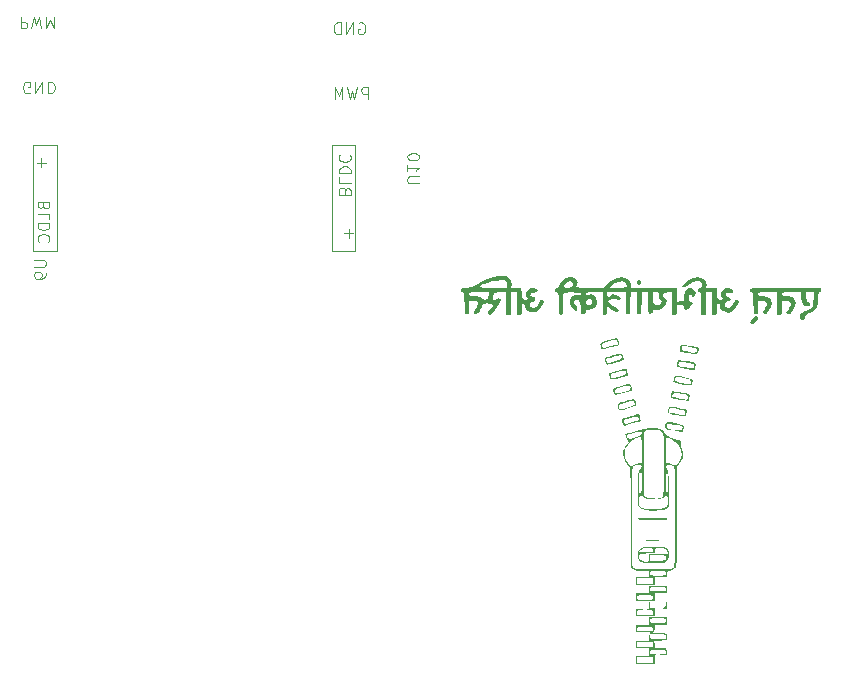
<source format=gbr>
%TF.GenerationSoftware,KiCad,Pcbnew,8.0.0*%
%TF.CreationDate,2025-03-20T21:29:14+05:30*%
%TF.ProjectId,Final_PCB_Schematic,46696e61-6c5f-4504-9342-5f536368656d,rev?*%
%TF.SameCoordinates,Original*%
%TF.FileFunction,Legend,Bot*%
%TF.FilePolarity,Positive*%
%FSLAX46Y46*%
G04 Gerber Fmt 4.6, Leading zero omitted, Abs format (unit mm)*
G04 Created by KiCad (PCBNEW 8.0.0) date 2025-03-20 21:29:14*
%MOMM*%
%LPD*%
G01*
G04 APERTURE LIST*
%ADD10C,0.100000*%
%ADD11C,0.000000*%
G04 APERTURE END LIST*
D10*
X119327693Y-73579961D02*
X119232455Y-73627580D01*
X119232455Y-73627580D02*
X119089598Y-73627580D01*
X119089598Y-73627580D02*
X118946741Y-73579961D01*
X118946741Y-73579961D02*
X118851503Y-73484723D01*
X118851503Y-73484723D02*
X118803884Y-73389485D01*
X118803884Y-73389485D02*
X118756265Y-73199009D01*
X118756265Y-73199009D02*
X118756265Y-73056152D01*
X118756265Y-73056152D02*
X118803884Y-72865676D01*
X118803884Y-72865676D02*
X118851503Y-72770438D01*
X118851503Y-72770438D02*
X118946741Y-72675200D01*
X118946741Y-72675200D02*
X119089598Y-72627580D01*
X119089598Y-72627580D02*
X119184836Y-72627580D01*
X119184836Y-72627580D02*
X119327693Y-72675200D01*
X119327693Y-72675200D02*
X119375312Y-72722819D01*
X119375312Y-72722819D02*
X119375312Y-73056152D01*
X119375312Y-73056152D02*
X119184836Y-73056152D01*
X119803884Y-72627580D02*
X119803884Y-73627580D01*
X119803884Y-73627580D02*
X120375312Y-72627580D01*
X120375312Y-72627580D02*
X120375312Y-73627580D01*
X120851503Y-72627580D02*
X120851503Y-73627580D01*
X120851503Y-73627580D02*
X121089598Y-73627580D01*
X121089598Y-73627580D02*
X121232455Y-73579961D01*
X121232455Y-73579961D02*
X121327693Y-73484723D01*
X121327693Y-73484723D02*
X121375312Y-73389485D01*
X121375312Y-73389485D02*
X121422931Y-73199009D01*
X121422931Y-73199009D02*
X121422931Y-73056152D01*
X121422931Y-73056152D02*
X121375312Y-72865676D01*
X121375312Y-72865676D02*
X121327693Y-72770438D01*
X121327693Y-72770438D02*
X121232455Y-72675200D01*
X121232455Y-72675200D02*
X121089598Y-72627580D01*
X121089598Y-72627580D02*
X120851503Y-72627580D01*
X118553884Y-67127580D02*
X118553884Y-68127580D01*
X118553884Y-68127580D02*
X118934836Y-68127580D01*
X118934836Y-68127580D02*
X119030074Y-68079961D01*
X119030074Y-68079961D02*
X119077693Y-68032342D01*
X119077693Y-68032342D02*
X119125312Y-67937104D01*
X119125312Y-67937104D02*
X119125312Y-67794247D01*
X119125312Y-67794247D02*
X119077693Y-67699009D01*
X119077693Y-67699009D02*
X119030074Y-67651390D01*
X119030074Y-67651390D02*
X118934836Y-67603771D01*
X118934836Y-67603771D02*
X118553884Y-67603771D01*
X119458646Y-68127580D02*
X119696741Y-67127580D01*
X119696741Y-67127580D02*
X119887217Y-67841866D01*
X119887217Y-67841866D02*
X120077693Y-67127580D01*
X120077693Y-67127580D02*
X120315789Y-68127580D01*
X120696741Y-67127580D02*
X120696741Y-68127580D01*
X120696741Y-68127580D02*
X121030074Y-67413295D01*
X121030074Y-67413295D02*
X121363407Y-68127580D01*
X121363407Y-68127580D02*
X121363407Y-67127580D01*
X146696115Y-85491466D02*
X145934211Y-85491466D01*
X146315163Y-85872419D02*
X146315163Y-85110514D01*
X147172306Y-67670038D02*
X147267544Y-67622419D01*
X147267544Y-67622419D02*
X147410401Y-67622419D01*
X147410401Y-67622419D02*
X147553258Y-67670038D01*
X147553258Y-67670038D02*
X147648496Y-67765276D01*
X147648496Y-67765276D02*
X147696115Y-67860514D01*
X147696115Y-67860514D02*
X147743734Y-68050990D01*
X147743734Y-68050990D02*
X147743734Y-68193847D01*
X147743734Y-68193847D02*
X147696115Y-68384323D01*
X147696115Y-68384323D02*
X147648496Y-68479561D01*
X147648496Y-68479561D02*
X147553258Y-68574800D01*
X147553258Y-68574800D02*
X147410401Y-68622419D01*
X147410401Y-68622419D02*
X147315163Y-68622419D01*
X147315163Y-68622419D02*
X147172306Y-68574800D01*
X147172306Y-68574800D02*
X147124687Y-68527180D01*
X147124687Y-68527180D02*
X147124687Y-68193847D01*
X147124687Y-68193847D02*
X147315163Y-68193847D01*
X146696115Y-68622419D02*
X146696115Y-67622419D01*
X146696115Y-67622419D02*
X146124687Y-68622419D01*
X146124687Y-68622419D02*
X146124687Y-67622419D01*
X145648496Y-68622419D02*
X145648496Y-67622419D01*
X145648496Y-67622419D02*
X145410401Y-67622419D01*
X145410401Y-67622419D02*
X145267544Y-67670038D01*
X145267544Y-67670038D02*
X145172306Y-67765276D01*
X145172306Y-67765276D02*
X145124687Y-67860514D01*
X145124687Y-67860514D02*
X145077068Y-68050990D01*
X145077068Y-68050990D02*
X145077068Y-68193847D01*
X145077068Y-68193847D02*
X145124687Y-68384323D01*
X145124687Y-68384323D02*
X145172306Y-68479561D01*
X145172306Y-68479561D02*
X145267544Y-68574800D01*
X145267544Y-68574800D02*
X145410401Y-68622419D01*
X145410401Y-68622419D02*
X145648496Y-68622419D01*
X147946115Y-74122419D02*
X147946115Y-73122419D01*
X147946115Y-73122419D02*
X147565163Y-73122419D01*
X147565163Y-73122419D02*
X147469925Y-73170038D01*
X147469925Y-73170038D02*
X147422306Y-73217657D01*
X147422306Y-73217657D02*
X147374687Y-73312895D01*
X147374687Y-73312895D02*
X147374687Y-73455752D01*
X147374687Y-73455752D02*
X147422306Y-73550990D01*
X147422306Y-73550990D02*
X147469925Y-73598609D01*
X147469925Y-73598609D02*
X147565163Y-73646228D01*
X147565163Y-73646228D02*
X147946115Y-73646228D01*
X147041353Y-73122419D02*
X146803258Y-74122419D01*
X146803258Y-74122419D02*
X146612782Y-73408133D01*
X146612782Y-73408133D02*
X146422306Y-74122419D01*
X146422306Y-74122419D02*
X146184211Y-73122419D01*
X145803258Y-74122419D02*
X145803258Y-73122419D01*
X145803258Y-73122419D02*
X145469925Y-73836704D01*
X145469925Y-73836704D02*
X145136592Y-73122419D01*
X145136592Y-73122419D02*
X145136592Y-74122419D01*
X120696115Y-79491466D02*
X119934211Y-79491466D01*
X120315163Y-79872419D02*
X120315163Y-79110514D01*
X119707419Y-87738095D02*
X120516942Y-87738095D01*
X120516942Y-87738095D02*
X120612180Y-87785714D01*
X120612180Y-87785714D02*
X120659800Y-87833333D01*
X120659800Y-87833333D02*
X120707419Y-87928571D01*
X120707419Y-87928571D02*
X120707419Y-88119047D01*
X120707419Y-88119047D02*
X120659800Y-88214285D01*
X120659800Y-88214285D02*
X120612180Y-88261904D01*
X120612180Y-88261904D02*
X120516942Y-88309523D01*
X120516942Y-88309523D02*
X119707419Y-88309523D01*
X120707419Y-88833333D02*
X120707419Y-89023809D01*
X120707419Y-89023809D02*
X120659800Y-89119047D01*
X120659800Y-89119047D02*
X120612180Y-89166666D01*
X120612180Y-89166666D02*
X120469323Y-89261904D01*
X120469323Y-89261904D02*
X120278847Y-89309523D01*
X120278847Y-89309523D02*
X119897895Y-89309523D01*
X119897895Y-89309523D02*
X119802657Y-89261904D01*
X119802657Y-89261904D02*
X119755038Y-89214285D01*
X119755038Y-89214285D02*
X119707419Y-89119047D01*
X119707419Y-89119047D02*
X119707419Y-88928571D01*
X119707419Y-88928571D02*
X119755038Y-88833333D01*
X119755038Y-88833333D02*
X119802657Y-88785714D01*
X119802657Y-88785714D02*
X119897895Y-88738095D01*
X119897895Y-88738095D02*
X120135990Y-88738095D01*
X120135990Y-88738095D02*
X120231228Y-88785714D01*
X120231228Y-88785714D02*
X120278847Y-88833333D01*
X120278847Y-88833333D02*
X120326466Y-88928571D01*
X120326466Y-88928571D02*
X120326466Y-89119047D01*
X120326466Y-89119047D02*
X120278847Y-89214285D01*
X120278847Y-89214285D02*
X120231228Y-89261904D01*
X120231228Y-89261904D02*
X120135990Y-89309523D01*
X120473609Y-83137217D02*
X120521228Y-83280074D01*
X120521228Y-83280074D02*
X120568847Y-83327693D01*
X120568847Y-83327693D02*
X120664085Y-83375312D01*
X120664085Y-83375312D02*
X120806942Y-83375312D01*
X120806942Y-83375312D02*
X120902180Y-83327693D01*
X120902180Y-83327693D02*
X120949800Y-83280074D01*
X120949800Y-83280074D02*
X120997419Y-83184836D01*
X120997419Y-83184836D02*
X120997419Y-82803884D01*
X120997419Y-82803884D02*
X119997419Y-82803884D01*
X119997419Y-82803884D02*
X119997419Y-83137217D01*
X119997419Y-83137217D02*
X120045038Y-83232455D01*
X120045038Y-83232455D02*
X120092657Y-83280074D01*
X120092657Y-83280074D02*
X120187895Y-83327693D01*
X120187895Y-83327693D02*
X120283133Y-83327693D01*
X120283133Y-83327693D02*
X120378371Y-83280074D01*
X120378371Y-83280074D02*
X120425990Y-83232455D01*
X120425990Y-83232455D02*
X120473609Y-83137217D01*
X120473609Y-83137217D02*
X120473609Y-82803884D01*
X120997419Y-84280074D02*
X120997419Y-83803884D01*
X120997419Y-83803884D02*
X119997419Y-83803884D01*
X120997419Y-84613408D02*
X119997419Y-84613408D01*
X119997419Y-84613408D02*
X119997419Y-84851503D01*
X119997419Y-84851503D02*
X120045038Y-84994360D01*
X120045038Y-84994360D02*
X120140276Y-85089598D01*
X120140276Y-85089598D02*
X120235514Y-85137217D01*
X120235514Y-85137217D02*
X120425990Y-85184836D01*
X120425990Y-85184836D02*
X120568847Y-85184836D01*
X120568847Y-85184836D02*
X120759323Y-85137217D01*
X120759323Y-85137217D02*
X120854561Y-85089598D01*
X120854561Y-85089598D02*
X120949800Y-84994360D01*
X120949800Y-84994360D02*
X120997419Y-84851503D01*
X120997419Y-84851503D02*
X120997419Y-84613408D01*
X120902180Y-86184836D02*
X120949800Y-86137217D01*
X120949800Y-86137217D02*
X120997419Y-85994360D01*
X120997419Y-85994360D02*
X120997419Y-85899122D01*
X120997419Y-85899122D02*
X120949800Y-85756265D01*
X120949800Y-85756265D02*
X120854561Y-85661027D01*
X120854561Y-85661027D02*
X120759323Y-85613408D01*
X120759323Y-85613408D02*
X120568847Y-85565789D01*
X120568847Y-85565789D02*
X120425990Y-85565789D01*
X120425990Y-85565789D02*
X120235514Y-85613408D01*
X120235514Y-85613408D02*
X120140276Y-85661027D01*
X120140276Y-85661027D02*
X120045038Y-85756265D01*
X120045038Y-85756265D02*
X119997419Y-85899122D01*
X119997419Y-85899122D02*
X119997419Y-85994360D01*
X119997419Y-85994360D02*
X120045038Y-86137217D01*
X120045038Y-86137217D02*
X120092657Y-86184836D01*
X152292580Y-81238094D02*
X151483057Y-81238094D01*
X151483057Y-81238094D02*
X151387819Y-81190475D01*
X151387819Y-81190475D02*
X151340200Y-81142856D01*
X151340200Y-81142856D02*
X151292580Y-81047618D01*
X151292580Y-81047618D02*
X151292580Y-80857142D01*
X151292580Y-80857142D02*
X151340200Y-80761904D01*
X151340200Y-80761904D02*
X151387819Y-80714285D01*
X151387819Y-80714285D02*
X151483057Y-80666666D01*
X151483057Y-80666666D02*
X152292580Y-80666666D01*
X151292580Y-79666666D02*
X151292580Y-80238094D01*
X151292580Y-79952380D02*
X152292580Y-79952380D01*
X152292580Y-79952380D02*
X152149723Y-80047618D01*
X152149723Y-80047618D02*
X152054485Y-80142856D01*
X152054485Y-80142856D02*
X152006866Y-80238094D01*
X152292580Y-79047618D02*
X152292580Y-78952380D01*
X152292580Y-78952380D02*
X152244961Y-78857142D01*
X152244961Y-78857142D02*
X152197342Y-78809523D01*
X152197342Y-78809523D02*
X152102104Y-78761904D01*
X152102104Y-78761904D02*
X151911628Y-78714285D01*
X151911628Y-78714285D02*
X151673533Y-78714285D01*
X151673533Y-78714285D02*
X151483057Y-78761904D01*
X151483057Y-78761904D02*
X151387819Y-78809523D01*
X151387819Y-78809523D02*
X151340200Y-78857142D01*
X151340200Y-78857142D02*
X151292580Y-78952380D01*
X151292580Y-78952380D02*
X151292580Y-79047618D01*
X151292580Y-79047618D02*
X151340200Y-79142856D01*
X151340200Y-79142856D02*
X151387819Y-79190475D01*
X151387819Y-79190475D02*
X151483057Y-79238094D01*
X151483057Y-79238094D02*
X151673533Y-79285713D01*
X151673533Y-79285713D02*
X151911628Y-79285713D01*
X151911628Y-79285713D02*
X152102104Y-79238094D01*
X152102104Y-79238094D02*
X152197342Y-79190475D01*
X152197342Y-79190475D02*
X152244961Y-79142856D01*
X152244961Y-79142856D02*
X152292580Y-79047618D01*
X146026390Y-81862782D02*
X145978771Y-81719925D01*
X145978771Y-81719925D02*
X145931152Y-81672306D01*
X145931152Y-81672306D02*
X145835914Y-81624687D01*
X145835914Y-81624687D02*
X145693057Y-81624687D01*
X145693057Y-81624687D02*
X145597819Y-81672306D01*
X145597819Y-81672306D02*
X145550200Y-81719925D01*
X145550200Y-81719925D02*
X145502580Y-81815163D01*
X145502580Y-81815163D02*
X145502580Y-82196115D01*
X145502580Y-82196115D02*
X146502580Y-82196115D01*
X146502580Y-82196115D02*
X146502580Y-81862782D01*
X146502580Y-81862782D02*
X146454961Y-81767544D01*
X146454961Y-81767544D02*
X146407342Y-81719925D01*
X146407342Y-81719925D02*
X146312104Y-81672306D01*
X146312104Y-81672306D02*
X146216866Y-81672306D01*
X146216866Y-81672306D02*
X146121628Y-81719925D01*
X146121628Y-81719925D02*
X146074009Y-81767544D01*
X146074009Y-81767544D02*
X146026390Y-81862782D01*
X146026390Y-81862782D02*
X146026390Y-82196115D01*
X145502580Y-80719925D02*
X145502580Y-81196115D01*
X145502580Y-81196115D02*
X146502580Y-81196115D01*
X145502580Y-80386591D02*
X146502580Y-80386591D01*
X146502580Y-80386591D02*
X146502580Y-80148496D01*
X146502580Y-80148496D02*
X146454961Y-80005639D01*
X146454961Y-80005639D02*
X146359723Y-79910401D01*
X146359723Y-79910401D02*
X146264485Y-79862782D01*
X146264485Y-79862782D02*
X146074009Y-79815163D01*
X146074009Y-79815163D02*
X145931152Y-79815163D01*
X145931152Y-79815163D02*
X145740676Y-79862782D01*
X145740676Y-79862782D02*
X145645438Y-79910401D01*
X145645438Y-79910401D02*
X145550200Y-80005639D01*
X145550200Y-80005639D02*
X145502580Y-80148496D01*
X145502580Y-80148496D02*
X145502580Y-80386591D01*
X145597819Y-78815163D02*
X145550200Y-78862782D01*
X145550200Y-78862782D02*
X145502580Y-79005639D01*
X145502580Y-79005639D02*
X145502580Y-79100877D01*
X145502580Y-79100877D02*
X145550200Y-79243734D01*
X145550200Y-79243734D02*
X145645438Y-79338972D01*
X145645438Y-79338972D02*
X145740676Y-79386591D01*
X145740676Y-79386591D02*
X145931152Y-79434210D01*
X145931152Y-79434210D02*
X146074009Y-79434210D01*
X146074009Y-79434210D02*
X146264485Y-79386591D01*
X146264485Y-79386591D02*
X146359723Y-79338972D01*
X146359723Y-79338972D02*
X146454961Y-79243734D01*
X146454961Y-79243734D02*
X146502580Y-79100877D01*
X146502580Y-79100877D02*
X146502580Y-79005639D01*
X146502580Y-79005639D02*
X146454961Y-78862782D01*
X146454961Y-78862782D02*
X146407342Y-78815163D01*
D11*
%TO.C,G\u002A\u002A\u002A*%
G36*
X173265300Y-118309281D02*
G01*
X173265300Y-118623832D01*
X172754154Y-118623832D01*
X172243009Y-118623832D01*
X172243009Y-118883337D01*
X172242985Y-118889155D01*
X172230884Y-118977702D01*
X172214589Y-119096936D01*
X172148643Y-119237207D01*
X172127962Y-119272349D01*
X172179135Y-119307796D01*
X172346661Y-119326264D01*
X172650863Y-119331572D01*
X172893123Y-119332512D01*
X173099198Y-119342987D01*
X173209217Y-119375315D01*
X173257965Y-119441840D01*
X173280227Y-119554905D01*
X173285130Y-119593698D01*
X173293514Y-119660039D01*
X173286847Y-119822564D01*
X173208412Y-119913069D01*
X173029813Y-119952217D01*
X172722655Y-119960674D01*
X172193116Y-119960674D01*
X172203683Y-120039312D01*
X172237722Y-120292631D01*
X172282328Y-120624588D01*
X172754154Y-120626842D01*
X173225981Y-120629095D01*
X173250387Y-120923987D01*
X173252014Y-120943646D01*
X173274794Y-121218878D01*
X172758901Y-121218878D01*
X172243009Y-121218878D01*
X172243009Y-121376154D01*
X172243009Y-121572748D01*
X172243009Y-121926618D01*
X171456631Y-121926618D01*
X170670253Y-121926618D01*
X170670253Y-121847981D01*
X170748891Y-121847981D01*
X171417312Y-121847981D01*
X172085733Y-121847981D01*
X172085733Y-121612067D01*
X172085733Y-121376154D01*
X171417312Y-121376154D01*
X170748891Y-121376154D01*
X170748891Y-121612067D01*
X170748891Y-121847981D01*
X170670253Y-121847981D01*
X170670253Y-121612067D01*
X170670253Y-121297516D01*
X171225239Y-121297516D01*
X171780225Y-121297516D01*
X171756044Y-120963306D01*
X171754622Y-120943646D01*
X171849820Y-120943646D01*
X171855784Y-121038094D01*
X171894470Y-121096520D01*
X171997016Y-121126915D01*
X172194560Y-121138436D01*
X172518241Y-121140241D01*
X172839362Y-121138486D01*
X173038013Y-121127108D01*
X173141355Y-121096948D01*
X173180525Y-121038846D01*
X173186662Y-120943646D01*
X173180698Y-120849199D01*
X173142012Y-120790772D01*
X173039466Y-120760377D01*
X172841921Y-120748857D01*
X172518241Y-120747052D01*
X172197119Y-120748806D01*
X171998469Y-120760184D01*
X171895127Y-120790345D01*
X171855957Y-120848446D01*
X171849820Y-120943646D01*
X171754622Y-120943646D01*
X171731863Y-120629095D01*
X171201058Y-120605843D01*
X170670253Y-120582590D01*
X170670253Y-120511138D01*
X170748891Y-120511138D01*
X171417312Y-120511138D01*
X172085733Y-120511138D01*
X172085733Y-120275225D01*
X172085733Y-120039312D01*
X171417312Y-120039312D01*
X170748891Y-120039312D01*
X170748891Y-120275225D01*
X170748891Y-120511138D01*
X170670253Y-120511138D01*
X170670253Y-120271632D01*
X170670253Y-119960674D01*
X171212799Y-119960674D01*
X171755345Y-119960674D01*
X171783490Y-119606804D01*
X171799126Y-119410210D01*
X171839373Y-119410210D01*
X171864256Y-119626464D01*
X171875659Y-119705516D01*
X171912106Y-119784702D01*
X172002427Y-119828869D01*
X172181064Y-119851330D01*
X172482458Y-119865394D01*
X172532038Y-119867090D01*
X172816868Y-119868691D01*
X173030973Y-119856477D01*
X173131219Y-119832629D01*
X173165094Y-119760269D01*
X173186662Y-119593698D01*
X173180608Y-119511222D01*
X173141201Y-119454373D01*
X173037450Y-119424213D01*
X172838381Y-119412304D01*
X172513018Y-119410210D01*
X171839373Y-119410210D01*
X171799126Y-119410210D01*
X171811634Y-119252934D01*
X171240944Y-119252934D01*
X170670253Y-119252934D01*
X170670253Y-118977702D01*
X170748891Y-118977702D01*
X170754855Y-119072149D01*
X170793541Y-119130576D01*
X170896087Y-119160971D01*
X171093631Y-119172491D01*
X171417312Y-119174296D01*
X171738434Y-119172542D01*
X171937084Y-119161164D01*
X172040426Y-119131003D01*
X172079596Y-119072902D01*
X172085733Y-118977702D01*
X172079769Y-118883254D01*
X172041083Y-118824828D01*
X171938537Y-118794433D01*
X171740993Y-118782913D01*
X171417312Y-118781107D01*
X171096191Y-118782862D01*
X170897540Y-118794240D01*
X170794198Y-118824400D01*
X170755028Y-118882502D01*
X170748891Y-118977702D01*
X170670253Y-118977702D01*
X170670253Y-118938383D01*
X170670253Y-118623832D01*
X171220718Y-118623832D01*
X171771182Y-118623832D01*
X171771182Y-118309281D01*
X171771182Y-118269962D01*
X171849820Y-118269962D01*
X171855784Y-118364409D01*
X171894470Y-118422836D01*
X171997016Y-118453231D01*
X172194560Y-118464751D01*
X172518241Y-118466556D01*
X172839362Y-118464802D01*
X173038013Y-118453424D01*
X173141355Y-118423263D01*
X173180525Y-118365162D01*
X173186662Y-118269962D01*
X173180698Y-118175514D01*
X173142012Y-118117088D01*
X173039466Y-118086693D01*
X172841921Y-118075173D01*
X172518241Y-118073368D01*
X172197119Y-118075122D01*
X171998469Y-118086500D01*
X171895127Y-118116661D01*
X171855957Y-118174762D01*
X171849820Y-118269962D01*
X171771182Y-118269962D01*
X171771182Y-117994730D01*
X172518241Y-117994730D01*
X173265300Y-117994730D01*
X173265300Y-118269962D01*
X173265300Y-118309281D01*
G37*
G36*
X173265300Y-116972439D02*
G01*
X173264762Y-117058193D01*
X173246124Y-117214873D01*
X173173361Y-117273826D01*
X173009727Y-117279151D01*
X172851456Y-117271188D01*
X172832646Y-117254043D01*
X172950749Y-117217063D01*
X173094131Y-117139084D01*
X173172226Y-116949669D01*
X173197108Y-116736525D01*
X172523464Y-116736525D01*
X171849820Y-116736525D01*
X171849820Y-116972439D01*
X171855881Y-117087778D01*
X171912549Y-117186414D01*
X172066640Y-117208352D01*
X172149084Y-117210422D01*
X172238448Y-117241858D01*
X172266331Y-117345005D01*
X172255316Y-117562222D01*
X172227172Y-117916092D01*
X171448713Y-117916092D01*
X170670253Y-117916092D01*
X170670253Y-117601541D01*
X170670253Y-117286990D01*
X171004464Y-117300209D01*
X171338674Y-117313428D01*
X171043783Y-117344275D01*
X171038774Y-117344801D01*
X170847071Y-117378710D01*
X170765772Y-117452253D01*
X170748891Y-117606288D01*
X170748891Y-117837454D01*
X171417312Y-117837454D01*
X172085733Y-117837454D01*
X172085733Y-117601541D01*
X172084683Y-117534324D01*
X172057863Y-117419104D01*
X171961417Y-117370081D01*
X171751523Y-117354919D01*
X171651097Y-117349459D01*
X171554206Y-117332030D01*
X171594247Y-117310130D01*
X171692951Y-117275433D01*
X171755751Y-117175008D01*
X171771182Y-116966969D01*
X171771182Y-116657888D01*
X172518241Y-116657888D01*
X173265300Y-116657888D01*
X173265300Y-116972439D01*
G37*
G36*
X173265300Y-115635597D02*
G01*
X173265300Y-115950148D01*
X172754154Y-115950148D01*
X172243009Y-115950148D01*
X172243009Y-116264699D01*
X172243009Y-116304018D01*
X172243009Y-116579250D01*
X171456631Y-116579250D01*
X170670253Y-116579250D01*
X170670253Y-116304018D01*
X170748891Y-116304018D01*
X170754855Y-116398465D01*
X170793541Y-116456892D01*
X170896087Y-116487286D01*
X171093631Y-116498807D01*
X171417312Y-116500612D01*
X171738434Y-116498858D01*
X171937084Y-116487480D01*
X172040426Y-116457319D01*
X172079596Y-116399218D01*
X172085733Y-116304018D01*
X172079769Y-116209570D01*
X172041083Y-116151143D01*
X171938537Y-116120749D01*
X171740993Y-116109228D01*
X171417312Y-116107423D01*
X171096191Y-116109177D01*
X170897540Y-116120556D01*
X170794198Y-116150716D01*
X170755028Y-116208818D01*
X170748891Y-116304018D01*
X170670253Y-116304018D01*
X170670253Y-116264699D01*
X170670253Y-115950148D01*
X171220718Y-115950148D01*
X171771182Y-115950148D01*
X171771182Y-115635597D01*
X171771182Y-115596278D01*
X171849820Y-115596278D01*
X171855784Y-115690725D01*
X171894470Y-115749152D01*
X171997016Y-115779546D01*
X172194560Y-115791067D01*
X172518241Y-115792872D01*
X172839362Y-115791118D01*
X173038013Y-115779740D01*
X173141355Y-115749579D01*
X173180525Y-115691478D01*
X173186662Y-115596278D01*
X173180698Y-115501830D01*
X173142012Y-115443404D01*
X173039466Y-115413009D01*
X172841921Y-115401488D01*
X172518241Y-115399683D01*
X172197119Y-115401438D01*
X171998469Y-115412816D01*
X171895127Y-115442976D01*
X171855957Y-115501078D01*
X171849820Y-115596278D01*
X171771182Y-115596278D01*
X171771182Y-115321046D01*
X172518241Y-115321046D01*
X173265300Y-115321046D01*
X173265300Y-115596278D01*
X173265300Y-115635597D01*
G37*
G36*
X174457319Y-103173406D02*
G01*
X174457469Y-103259262D01*
X174495942Y-103474908D01*
X174569861Y-103732347D01*
X174586430Y-103781789D01*
X174655960Y-104038171D01*
X174663718Y-104239032D01*
X174662246Y-104245597D01*
X174614292Y-104459489D01*
X174602051Y-104497535D01*
X174477957Y-104773322D01*
X174322149Y-105010814D01*
X174124984Y-105245131D01*
X174125926Y-109437732D01*
X174125941Y-109537163D01*
X174125879Y-109609941D01*
X174125117Y-110499691D01*
X174122352Y-111315748D01*
X174117427Y-111995192D01*
X174110124Y-112547884D01*
X174100224Y-112983681D01*
X174087510Y-113312443D01*
X174071763Y-113544029D01*
X174052763Y-113688296D01*
X174030294Y-113755105D01*
X173943263Y-113846001D01*
X173692307Y-114001122D01*
X173427745Y-114062841D01*
X173350385Y-114072584D01*
X173282367Y-114149120D01*
X173272403Y-114259436D01*
X173265300Y-114338073D01*
X173265300Y-114613306D01*
X172754154Y-114613306D01*
X172243009Y-114613306D01*
X172243009Y-114691943D01*
X172243009Y-114927857D01*
X172243009Y-115242408D01*
X171456631Y-115242408D01*
X170670253Y-115242408D01*
X170670253Y-115163770D01*
X170748891Y-115163770D01*
X171417312Y-115163770D01*
X172085733Y-115163770D01*
X172085733Y-114927857D01*
X172085733Y-114691943D01*
X171417312Y-114691943D01*
X170748891Y-114691943D01*
X170748891Y-114927857D01*
X170748891Y-115163770D01*
X170670253Y-115163770D01*
X170670253Y-114927857D01*
X170670253Y-114613306D01*
X171220718Y-114613306D01*
X171771182Y-114613306D01*
X171771182Y-114338073D01*
X171771182Y-114259436D01*
X171849820Y-114259436D01*
X171855784Y-114353883D01*
X171894470Y-114412310D01*
X171997016Y-114442704D01*
X172194560Y-114454225D01*
X172518241Y-114456030D01*
X172839362Y-114454276D01*
X173038013Y-114442898D01*
X173141355Y-114412737D01*
X173180525Y-114354636D01*
X173186662Y-114259436D01*
X173180698Y-114164988D01*
X173142012Y-114106561D01*
X173039466Y-114076167D01*
X172841921Y-114064646D01*
X172518241Y-114062841D01*
X172197119Y-114064595D01*
X171998469Y-114075974D01*
X171895127Y-114106134D01*
X171855957Y-114164235D01*
X171849820Y-114259436D01*
X171771182Y-114259436D01*
X171771182Y-114062841D01*
X171192004Y-114062841D01*
X171018248Y-114060919D01*
X170742679Y-114040607D01*
X170554190Y-113990178D01*
X170405626Y-113899858D01*
X170198427Y-113736875D01*
X170198427Y-109500602D01*
X170198403Y-108989682D01*
X170198225Y-108570169D01*
X170276870Y-108570169D01*
X170277064Y-109515514D01*
X170277221Y-110279256D01*
X170278074Y-111072516D01*
X170280062Y-111732019D01*
X170283622Y-112270655D01*
X170289187Y-112701316D01*
X170297194Y-113036892D01*
X170308078Y-113290272D01*
X170322273Y-113474349D01*
X170340214Y-113602011D01*
X170362338Y-113686150D01*
X170389079Y-113739657D01*
X170420872Y-113775421D01*
X170459086Y-113804174D01*
X170547409Y-113841752D01*
X170686318Y-113868947D01*
X170897147Y-113887343D01*
X171201230Y-113898522D01*
X171619901Y-113904069D01*
X172174495Y-113905566D01*
X172181733Y-113905565D01*
X172790319Y-113902150D01*
X173253095Y-113891627D01*
X173581271Y-113873374D01*
X173786060Y-113846773D01*
X173878674Y-113811200D01*
X173894171Y-113757633D01*
X173914117Y-113559491D01*
X173931456Y-113234290D01*
X173946188Y-112799799D01*
X173958312Y-112273789D01*
X173967830Y-111674028D01*
X173974740Y-111018287D01*
X173979043Y-110324335D01*
X173980738Y-109609941D01*
X173979827Y-108892875D01*
X173976308Y-108190907D01*
X173970182Y-107521805D01*
X173961449Y-106903341D01*
X173950108Y-106353282D01*
X173936161Y-105889399D01*
X173919606Y-105529462D01*
X173900444Y-105291239D01*
X173878674Y-105192501D01*
X173794305Y-105143605D01*
X173614536Y-105104988D01*
X173415294Y-105101139D01*
X173254272Y-105131731D01*
X173189163Y-105196433D01*
X173215377Y-105289610D01*
X173307119Y-105447376D01*
X173340558Y-105509387D01*
X173373890Y-105639133D01*
X173397331Y-105843753D01*
X173412307Y-106143833D01*
X173420200Y-106557575D01*
X173420246Y-106559960D01*
X173422575Y-107112721D01*
X173422575Y-108099838D01*
X173422575Y-108625420D01*
X173215376Y-108788403D01*
X173138507Y-108842335D01*
X173010541Y-108898647D01*
X172833736Y-108931770D01*
X172571985Y-108947438D01*
X172189180Y-108951386D01*
X171992623Y-108949417D01*
X171531300Y-108920930D01*
X171202256Y-108855129D01*
X170989334Y-108747617D01*
X170876377Y-108593993D01*
X170862793Y-108503240D01*
X170848714Y-108274379D01*
X170841845Y-108068873D01*
X170906167Y-108068873D01*
X170909050Y-108157180D01*
X170950851Y-108426389D01*
X171028582Y-108619338D01*
X171069247Y-108671969D01*
X171140532Y-108728511D01*
X171251616Y-108764282D01*
X171431865Y-108783996D01*
X171710645Y-108792368D01*
X172117323Y-108794111D01*
X172317453Y-108793478D01*
X172726047Y-108782001D01*
X173009254Y-108746069D01*
X173189859Y-108672784D01*
X173290649Y-108549249D01*
X173334413Y-108362567D01*
X173343937Y-108099838D01*
X173330152Y-107843906D01*
X173275203Y-107717455D01*
X173161682Y-107723526D01*
X172972207Y-107850457D01*
X172870423Y-107916990D01*
X172708563Y-107972665D01*
X172474779Y-108000281D01*
X172126635Y-108007733D01*
X172116685Y-108007730D01*
X171785265Y-108001612D01*
X171571036Y-107978533D01*
X171435129Y-107930734D01*
X171338674Y-107850457D01*
X171211403Y-107748405D01*
X171051254Y-107693182D01*
X171040476Y-107693363D01*
X170956117Y-107725065D01*
X170916219Y-107837621D01*
X170906167Y-108068873D01*
X170841845Y-108068873D01*
X170837544Y-107940204D01*
X170832964Y-107684264D01*
X171299355Y-107684264D01*
X171474128Y-107806679D01*
X171508624Y-107827765D01*
X171767552Y-107903470D01*
X172164371Y-107929095D01*
X172214051Y-107929269D01*
X172429397Y-107931503D01*
X172603206Y-107925115D01*
X172739909Y-107895241D01*
X172843937Y-107827019D01*
X172919721Y-107705585D01*
X172971690Y-107516077D01*
X173004275Y-107243632D01*
X173009730Y-107129089D01*
X173165966Y-107129089D01*
X173178062Y-107367786D01*
X173204165Y-107497155D01*
X173245640Y-107536044D01*
X173259899Y-107532530D01*
X173299342Y-107462222D01*
X173325307Y-107288135D01*
X173339577Y-106992507D01*
X173343937Y-106557575D01*
X173343617Y-106450530D01*
X173333314Y-106003013D01*
X173311483Y-105705795D01*
X173282180Y-105559951D01*
X173249463Y-105566557D01*
X173217389Y-105726688D01*
X173190016Y-106041421D01*
X173171400Y-106511830D01*
X173166511Y-106762217D01*
X173165966Y-107129089D01*
X173009730Y-107129089D01*
X173021907Y-106873388D01*
X173029016Y-106390480D01*
X173030032Y-105780048D01*
X173029386Y-105027226D01*
X173029522Y-104772502D01*
X173030411Y-104063670D01*
X173186662Y-104063670D01*
X173186662Y-104940860D01*
X173425342Y-104940860D01*
X173630035Y-104971823D01*
X173853072Y-105064730D01*
X173953402Y-105123754D01*
X174042395Y-105129822D01*
X174138324Y-105047412D01*
X174282813Y-104856337D01*
X174414111Y-104640351D01*
X174529508Y-104245597D01*
X174488454Y-103850884D01*
X174290906Y-103463799D01*
X174174136Y-103326041D01*
X173962976Y-103132191D01*
X174169634Y-103132191D01*
X174185704Y-103153443D01*
X174296873Y-103210829D01*
X174323315Y-103204770D01*
X174326910Y-103132191D01*
X174310839Y-103110939D01*
X174199671Y-103053553D01*
X174173229Y-103059612D01*
X174169634Y-103132191D01*
X173962976Y-103132191D01*
X173946438Y-103117009D01*
X173691506Y-102928248D01*
X173453867Y-102791624D01*
X173278050Y-102739002D01*
X173268026Y-102741697D01*
X173230943Y-102822495D01*
X173205682Y-103024509D01*
X173191252Y-103359675D01*
X173186662Y-103839931D01*
X173186662Y-104063670D01*
X173030411Y-104063670D01*
X173028414Y-103492605D01*
X173018891Y-103044503D01*
X172997201Y-102704559D01*
X172958705Y-102457971D01*
X172898762Y-102289934D01*
X172812731Y-102185645D01*
X172695972Y-102130301D01*
X172543846Y-102109098D01*
X172351711Y-102107232D01*
X172114928Y-102109900D01*
X171786244Y-102120424D01*
X171526251Y-102153126D01*
X171393721Y-102204265D01*
X171388915Y-102216510D01*
X171367855Y-102270163D01*
X171345396Y-102429967D01*
X171327842Y-102692814D01*
X171314829Y-103069545D01*
X171305988Y-103571001D01*
X171300952Y-104208021D01*
X171299458Y-104940860D01*
X171299355Y-104991447D01*
X171299355Y-106493956D01*
X171299355Y-107684264D01*
X170832964Y-107684264D01*
X170830182Y-107528800D01*
X170827529Y-107068253D01*
X170827955Y-106744812D01*
X170828795Y-106646602D01*
X170906167Y-106646602D01*
X170907824Y-106948881D01*
X170917070Y-107242682D01*
X170937355Y-107422019D01*
X170971950Y-107511543D01*
X171024123Y-107535906D01*
X171035063Y-107535154D01*
X171080486Y-107502690D01*
X171111089Y-107405445D01*
X171129432Y-107220312D01*
X171138075Y-106924185D01*
X171139579Y-106493956D01*
X171138248Y-106199627D01*
X171132949Y-105873649D01*
X171121316Y-105671352D01*
X171100669Y-105572548D01*
X171068330Y-105557044D01*
X171021622Y-105604651D01*
X170971949Y-105707457D01*
X170933596Y-105904462D01*
X170912572Y-106209354D01*
X170906167Y-106646602D01*
X170828795Y-106646602D01*
X170831579Y-106321206D01*
X170840957Y-106015096D01*
X170858530Y-105801694D01*
X170886736Y-105656213D01*
X170928015Y-105553866D01*
X170984804Y-105469866D01*
X171072936Y-105347929D01*
X171130421Y-105198068D01*
X171054845Y-105120347D01*
X170839717Y-105098135D01*
X170764148Y-105097278D01*
X170655175Y-105097356D01*
X170563761Y-105109782D01*
X170488365Y-105146634D01*
X170427451Y-105219989D01*
X170379480Y-105341923D01*
X170342914Y-105524514D01*
X170316214Y-105779840D01*
X170297842Y-106119976D01*
X170286260Y-106557000D01*
X170279930Y-107102988D01*
X170277312Y-107770019D01*
X170276870Y-108570169D01*
X170198225Y-108570169D01*
X170198045Y-108144848D01*
X170196882Y-107437815D01*
X170194445Y-106855879D01*
X170190264Y-106386338D01*
X170183869Y-106016487D01*
X170174791Y-105733622D01*
X170162561Y-105525040D01*
X170146708Y-105378037D01*
X170126763Y-105279909D01*
X170102258Y-105217953D01*
X170072721Y-105179465D01*
X170037684Y-105151741D01*
X169921048Y-105043325D01*
X169744527Y-104771558D01*
X169617932Y-104442311D01*
X169572969Y-104140673D01*
X169683229Y-104140673D01*
X169756522Y-104523051D01*
X169976486Y-104893629D01*
X170123231Y-105064582D01*
X170235759Y-105152683D01*
X170336071Y-105144988D01*
X170469029Y-105056315D01*
X170650690Y-104975500D01*
X170881878Y-104940860D01*
X171142080Y-104940860D01*
X171142080Y-103803080D01*
X171142077Y-103772132D01*
X171140524Y-103336753D01*
X171134200Y-103034773D01*
X171120267Y-102843677D01*
X171095891Y-102740954D01*
X171058235Y-102704089D01*
X171004464Y-102710571D01*
X170697526Y-102831346D01*
X170263756Y-103091832D01*
X169944809Y-103408155D01*
X169748646Y-103763405D01*
X169683229Y-104140673D01*
X169572969Y-104140673D01*
X169569618Y-104118195D01*
X169592750Y-103926886D01*
X169688412Y-103632255D01*
X169831312Y-103365524D01*
X169992069Y-103191169D01*
X170032774Y-103152074D01*
X169998679Y-103073213D01*
X169986529Y-103062302D01*
X169908415Y-102931963D01*
X169832535Y-102730518D01*
X169788357Y-102581929D01*
X169906283Y-102581929D01*
X169935485Y-102722777D01*
X169936098Y-102725092D01*
X170006923Y-102844856D01*
X170147709Y-102883060D01*
X170379812Y-102839462D01*
X170724590Y-102713819D01*
X170835026Y-102665083D01*
X171068321Y-102524469D01*
X171173638Y-102390904D01*
X171193985Y-102296562D01*
X171196264Y-102216510D01*
X171128406Y-102225788D01*
X170949144Y-102264686D01*
X170702141Y-102322991D01*
X170430894Y-102389950D01*
X170178900Y-102454814D01*
X169989654Y-102506832D01*
X169906654Y-102535252D01*
X169906283Y-102581929D01*
X169788357Y-102581929D01*
X169748181Y-102446802D01*
X170504109Y-102272904D01*
X170687918Y-102230127D01*
X171032202Y-102147489D01*
X171319483Y-102075402D01*
X171501533Y-102025815D01*
X171633112Y-101992540D01*
X171990951Y-101949405D01*
X172357084Y-101957821D01*
X172678159Y-102014363D01*
X172900825Y-102115608D01*
X172912009Y-102124566D01*
X173050822Y-102268189D01*
X173108024Y-102389515D01*
X173109983Y-102402657D01*
X173198644Y-102506512D01*
X173390519Y-102635317D01*
X173645964Y-102768088D01*
X173925330Y-102883844D01*
X174188973Y-102961601D01*
X174317044Y-102994377D01*
X174440038Y-103064911D01*
X174450754Y-103132191D01*
X174457319Y-103173406D01*
G37*
G36*
X173617030Y-101486706D02*
G01*
X173997196Y-101554897D01*
X174056433Y-101568158D01*
X174320875Y-101626394D01*
X174532485Y-101671672D01*
X174594752Y-101689704D01*
X174694355Y-101779761D01*
X174708051Y-101953669D01*
X174641021Y-102238473D01*
X174620347Y-102267449D01*
X174494216Y-102290776D01*
X174241013Y-102258042D01*
X174063586Y-102220892D01*
X173882209Y-102167709D01*
X173829969Y-102129629D01*
X173914274Y-102115862D01*
X174142530Y-102135616D01*
X174219551Y-102144415D01*
X174450078Y-102138355D01*
X174568620Y-102053772D01*
X174602142Y-101875399D01*
X174601292Y-101870547D01*
X174512413Y-101814988D01*
X174294517Y-101747332D01*
X173972110Y-101674075D01*
X173569699Y-101601714D01*
X173381790Y-101582810D01*
X173289153Y-101623730D01*
X173247350Y-101749244D01*
X173240102Y-101868176D01*
X173307701Y-101953179D01*
X173493415Y-102018128D01*
X173776445Y-102093645D01*
X173479085Y-102101773D01*
X173417576Y-102101970D01*
X173204694Y-102055703D01*
X173116572Y-101919486D01*
X173140360Y-101677216D01*
X173206611Y-101554684D01*
X173360228Y-101485675D01*
X173617030Y-101486706D01*
G37*
G36*
X171039059Y-101290345D02*
G01*
X171040424Y-101372753D01*
X171030993Y-101378671D01*
X170909606Y-101421327D01*
X170684418Y-101485399D01*
X170395021Y-101559436D01*
X170320711Y-101577809D01*
X170042122Y-101651454D01*
X169836650Y-101713252D01*
X169744349Y-101751387D01*
X169650653Y-101795349D01*
X169615261Y-101765932D01*
X169546445Y-101633745D01*
X169479710Y-101451810D01*
X169469362Y-101410960D01*
X169608643Y-101410960D01*
X169649362Y-101558583D01*
X169790940Y-101612800D01*
X170041151Y-101558368D01*
X170084252Y-101543787D01*
X170312346Y-101474419D01*
X170571956Y-101403365D01*
X170713376Y-101361162D01*
X170863333Y-101276495D01*
X170906167Y-101160748D01*
X170902268Y-101101293D01*
X170853410Y-101005179D01*
X170729349Y-100971276D01*
X170505958Y-100996964D01*
X170159108Y-101079623D01*
X170143365Y-101083798D01*
X169861275Y-101164927D01*
X169699524Y-101233616D01*
X169626014Y-101309186D01*
X169608643Y-101410960D01*
X169469362Y-101410960D01*
X169436972Y-101283096D01*
X169440149Y-101190572D01*
X169441420Y-101189566D01*
X169532432Y-101155490D01*
X169730820Y-101093009D01*
X169995069Y-101014119D01*
X170283666Y-100930817D01*
X170555097Y-100855097D01*
X170767849Y-100798957D01*
X170880409Y-100774391D01*
X170905676Y-100808870D01*
X170954760Y-100945113D01*
X171004863Y-101126702D01*
X171011977Y-101160748D01*
X171039059Y-101290345D01*
G37*
G36*
X174902136Y-100838723D02*
G01*
X174859251Y-100956844D01*
X174800477Y-100987196D01*
X174652245Y-100975851D01*
X174648470Y-100974816D01*
X174483543Y-100939115D01*
X174220348Y-100891323D01*
X173914061Y-100841484D01*
X173871992Y-100834863D01*
X173604367Y-100784361D01*
X173415480Y-100734323D01*
X173343937Y-100694691D01*
X173343980Y-100692048D01*
X173359494Y-100574267D01*
X173367743Y-100529115D01*
X173448394Y-100529115D01*
X173452724Y-100630074D01*
X173541595Y-100683390D01*
X173750991Y-100720643D01*
X173769964Y-100723322D01*
X174196740Y-100783946D01*
X174492285Y-100823667D01*
X174680498Y-100841346D01*
X174785280Y-100835846D01*
X174830534Y-100806028D01*
X174840158Y-100750756D01*
X174838055Y-100668892D01*
X174822820Y-100547550D01*
X174739440Y-100465934D01*
X174543163Y-100418714D01*
X174496781Y-100410996D01*
X174205246Y-100353966D01*
X173911806Y-100286343D01*
X173705967Y-100237379D01*
X173575629Y-100234149D01*
X173510027Y-100304569D01*
X173462492Y-100467447D01*
X173448394Y-100529115D01*
X173367743Y-100529115D01*
X173394534Y-100382461D01*
X173420682Y-100265796D01*
X173473199Y-100175461D01*
X173586245Y-100154449D01*
X173807382Y-100179360D01*
X173926313Y-100197006D01*
X174260815Y-100254196D01*
X174585818Y-100317815D01*
X174820653Y-100371996D01*
X174940607Y-100425661D01*
X174972619Y-100507781D01*
X174950100Y-100648702D01*
X174924340Y-100750756D01*
X174902136Y-100838723D01*
G37*
G36*
X170691567Y-100000076D02*
G01*
X170644482Y-100074685D01*
X170516503Y-100138750D01*
X170283963Y-100209380D01*
X169923194Y-100303683D01*
X169809117Y-100333114D01*
X169513799Y-100406042D01*
X169330730Y-100438229D01*
X169229114Y-100428798D01*
X169178157Y-100376872D01*
X169147062Y-100281572D01*
X169114053Y-100143281D01*
X169111581Y-100083607D01*
X169191234Y-100083607D01*
X169212942Y-100214678D01*
X169256283Y-100313960D01*
X169319051Y-100371624D01*
X169335247Y-100368934D01*
X169525618Y-100323209D01*
X169779169Y-100247214D01*
X170053070Y-100155818D01*
X170304490Y-100063887D01*
X170490596Y-99986289D01*
X170568559Y-99937893D01*
X170563280Y-99865260D01*
X170491181Y-99722113D01*
X170477253Y-99703795D01*
X170362398Y-99624245D01*
X170195230Y-99658125D01*
X170138890Y-99679213D01*
X169909622Y-99755939D01*
X169647962Y-99834889D01*
X169400734Y-99912135D01*
X169244715Y-99990719D01*
X169191234Y-100083607D01*
X169111581Y-100083607D01*
X169106035Y-99949757D01*
X169192628Y-99842327D01*
X169392389Y-99783298D01*
X169428661Y-99776477D01*
X169651683Y-99723807D01*
X169805238Y-99670911D01*
X169832055Y-99659257D01*
X170009822Y-99606733D01*
X170242845Y-99558852D01*
X170347260Y-99542415D01*
X170502934Y-99538736D01*
X170584132Y-99607904D01*
X170646798Y-99780634D01*
X170681427Y-99897817D01*
X170685401Y-99937893D01*
X170691567Y-100000076D01*
G37*
G36*
X175173554Y-99423444D02*
G01*
X175159882Y-99518969D01*
X175137998Y-99597642D01*
X175086123Y-99641268D01*
X174979240Y-99651607D01*
X174792336Y-99630419D01*
X174500392Y-99579465D01*
X174078394Y-99500505D01*
X173593966Y-99410168D01*
X173626802Y-99196871D01*
X173737126Y-99196871D01*
X173742706Y-99239085D01*
X173805688Y-99313283D01*
X173963655Y-99372316D01*
X174247479Y-99430307D01*
X174503262Y-99477481D01*
X174733654Y-99525416D01*
X174861029Y-99558782D01*
X174923736Y-99573621D01*
X175035298Y-99513934D01*
X175073968Y-99320803D01*
X175073829Y-99310068D01*
X175051197Y-99223594D01*
X174967753Y-99161188D01*
X174791778Y-99108076D01*
X174491555Y-99049482D01*
X174340474Y-99023870D01*
X174039128Y-98988204D01*
X173854736Y-99001904D01*
X173762375Y-99069836D01*
X173737126Y-99196871D01*
X173626802Y-99196871D01*
X173637358Y-99128300D01*
X173643871Y-99086465D01*
X173673025Y-98911475D01*
X173689278Y-98834113D01*
X173701232Y-98831071D01*
X173823890Y-98841126D01*
X174044641Y-98873624D01*
X174321859Y-98920915D01*
X174613917Y-98975346D01*
X174879188Y-99029265D01*
X175076045Y-99075023D01*
X175162862Y-99104968D01*
X175166535Y-99109787D01*
X175187475Y-99229485D01*
X175180921Y-99320803D01*
X175173554Y-99423444D01*
G37*
G36*
X170269726Y-98505314D02*
G01*
X170276548Y-98525423D01*
X170319291Y-98701381D01*
X170313014Y-98797377D01*
X170288792Y-98810170D01*
X170141009Y-98859728D01*
X169894085Y-98929550D01*
X169585260Y-99008817D01*
X168900903Y-99176859D01*
X168805393Y-99011646D01*
X168752158Y-98910041D01*
X168740053Y-98855604D01*
X168861584Y-98855604D01*
X168861642Y-98866400D01*
X168876413Y-98967799D01*
X168935697Y-99020200D01*
X169066166Y-99025032D01*
X169294494Y-98983725D01*
X169647352Y-98897707D01*
X169942512Y-98809861D01*
X170118572Y-98720838D01*
X170185532Y-98621826D01*
X170192146Y-98503167D01*
X170122132Y-98401527D01*
X169943549Y-98384453D01*
X169641573Y-98447184D01*
X169406314Y-98511862D01*
X169137496Y-98589628D01*
X168975882Y-98648608D01*
X168894205Y-98703078D01*
X168865195Y-98767317D01*
X168861584Y-98855604D01*
X168740053Y-98855604D01*
X168708878Y-98715406D01*
X168800766Y-98583549D01*
X169038519Y-98490560D01*
X169090788Y-98476980D01*
X169385441Y-98399951D01*
X169647962Y-98330692D01*
X169883632Y-98276380D01*
X170075128Y-98270570D01*
X170190878Y-98343245D01*
X170268681Y-98503167D01*
X170269726Y-98505314D01*
G37*
G36*
X175415277Y-98167210D02*
G01*
X175412284Y-98178260D01*
X175373772Y-98274519D01*
X175299963Y-98320239D01*
X175150630Y-98325549D01*
X174885545Y-98300575D01*
X174770683Y-98287149D01*
X174395051Y-98229856D01*
X174091957Y-98163059D01*
X173889495Y-98093880D01*
X173815764Y-98029440D01*
X173815781Y-98028090D01*
X173840714Y-97912330D01*
X173873879Y-97806724D01*
X173973040Y-97806724D01*
X173987990Y-97897906D01*
X174059709Y-97974610D01*
X174220834Y-98042857D01*
X174503845Y-98121936D01*
X174560320Y-98136348D01*
X174904335Y-98218236D01*
X175125406Y-98252119D01*
X175247982Y-98235483D01*
X175296513Y-98165817D01*
X175295446Y-98040609D01*
X175294209Y-98030209D01*
X175265947Y-97915288D01*
X175191766Y-97841036D01*
X175035109Y-97786251D01*
X174759417Y-97729729D01*
X174701564Y-97719032D01*
X174365804Y-97660889D01*
X174152631Y-97637889D01*
X174034485Y-97652729D01*
X173983808Y-97708108D01*
X173973040Y-97806724D01*
X173873879Y-97806724D01*
X173898791Y-97727395D01*
X173911314Y-97692036D01*
X173977853Y-97558397D01*
X174078581Y-97520966D01*
X174272321Y-97552143D01*
X174408484Y-97581128D01*
X174705413Y-97642755D01*
X175014990Y-97705583D01*
X175031135Y-97708828D01*
X175290178Y-97771804D01*
X175422157Y-97847983D01*
X175454660Y-97969179D01*
X175415554Y-98165817D01*
X175415277Y-98167210D01*
G37*
G36*
X169948938Y-97462892D02*
G01*
X169898859Y-97546219D01*
X169754349Y-97591969D01*
X169693485Y-97606191D01*
X169446438Y-97669565D01*
X169176136Y-97744586D01*
X169035058Y-97784162D01*
X168749490Y-97846989D01*
X168570450Y-97845035D01*
X168469365Y-97773964D01*
X168417659Y-97629437D01*
X168387239Y-97453832D01*
X168499539Y-97453832D01*
X168520679Y-97613900D01*
X168532540Y-97656380D01*
X168575146Y-97738323D01*
X168659284Y-97764983D01*
X168821290Y-97739606D01*
X169097498Y-97665438D01*
X169358588Y-97589254D01*
X169622139Y-97498998D01*
X169772539Y-97419744D01*
X169833605Y-97337600D01*
X169829152Y-97238674D01*
X169789581Y-97142719D01*
X169713292Y-97077083D01*
X169702663Y-97077342D01*
X169546686Y-97099580D01*
X169311595Y-97149262D01*
X169044004Y-97214471D01*
X168790528Y-97283290D01*
X168597780Y-97343803D01*
X168512375Y-97384093D01*
X168499539Y-97453832D01*
X168387239Y-97453832D01*
X168386496Y-97449541D01*
X168376169Y-97337756D01*
X168392606Y-97323848D01*
X168521243Y-97272621D01*
X168743903Y-97201731D01*
X169020052Y-97122189D01*
X169309158Y-97045004D01*
X169570687Y-96981187D01*
X169764107Y-96941749D01*
X169848884Y-96937701D01*
X169853227Y-96945554D01*
X169884054Y-97056880D01*
X169924271Y-97250489D01*
X169931238Y-97288435D01*
X169936226Y-97337600D01*
X169948938Y-97462892D01*
G37*
G36*
X175655120Y-96893977D02*
G01*
X175653435Y-96900187D01*
X175623644Y-96975258D01*
X175566980Y-97019615D01*
X175458005Y-97033078D01*
X175271280Y-97015469D01*
X174981366Y-96966611D01*
X174562823Y-96886326D01*
X174511138Y-96876179D01*
X174273941Y-96823594D01*
X174151945Y-96770230D01*
X174111115Y-96691309D01*
X174117419Y-96562052D01*
X174117752Y-96560461D01*
X174218893Y-96560461D01*
X174287136Y-96669929D01*
X174484959Y-96755969D01*
X174826187Y-96828430D01*
X174843372Y-96831262D01*
X175124983Y-96875979D01*
X175343711Y-96907731D01*
X175453474Y-96919807D01*
X175486397Y-96900939D01*
X175554478Y-96788829D01*
X175601876Y-96645253D01*
X175596919Y-96551530D01*
X175587793Y-96547495D01*
X175468867Y-96519358D01*
X175243929Y-96475344D01*
X174951277Y-96423075D01*
X174910295Y-96416078D01*
X174606677Y-96369122D01*
X174419703Y-96355033D01*
X174315789Y-96373956D01*
X174261351Y-96426033D01*
X174218893Y-96560461D01*
X174117752Y-96560461D01*
X174154840Y-96383048D01*
X174214632Y-96256403D01*
X174230437Y-96245485D01*
X174361653Y-96228870D01*
X174614749Y-96250735D01*
X174999613Y-96312272D01*
X175526136Y-96414675D01*
X175654038Y-96479750D01*
X175699443Y-96632282D01*
X175697246Y-96645253D01*
X175655120Y-96893977D01*
G37*
G36*
X169612519Y-96050307D02*
G01*
X169617596Y-96129813D01*
X169557781Y-96200499D01*
X169401764Y-96270841D01*
X169121033Y-96358735D01*
X168831864Y-96441625D01*
X168582209Y-96510895D01*
X168429077Y-96550691D01*
X168331840Y-96572488D01*
X168215590Y-96596134D01*
X168185485Y-96589576D01*
X168100330Y-96490550D01*
X168027459Y-96321955D01*
X168006108Y-96199622D01*
X168128567Y-96199622D01*
X168183007Y-96352150D01*
X168259854Y-96461626D01*
X168323590Y-96487936D01*
X168325463Y-96486312D01*
X168426794Y-96444478D01*
X168635479Y-96379645D01*
X168908864Y-96305133D01*
X169214315Y-96212460D01*
X169413202Y-96107745D01*
X169480674Y-95988797D01*
X169430171Y-95843720D01*
X169410254Y-95823385D01*
X169305530Y-95802039D01*
X169104540Y-95829323D01*
X168781508Y-95907782D01*
X168722828Y-95923654D01*
X168444823Y-96004476D01*
X168236631Y-96074075D01*
X168139602Y-96118854D01*
X168128567Y-96199622D01*
X168006108Y-96199622D01*
X167996569Y-96144968D01*
X168009962Y-96072962D01*
X168108385Y-95982086D01*
X168330780Y-95911142D01*
X168446466Y-95883458D01*
X168762830Y-95803572D01*
X169076320Y-95720092D01*
X169273174Y-95668220D01*
X169422077Y-95644583D01*
X169493508Y-95671591D01*
X169528487Y-95752154D01*
X169553625Y-95841510D01*
X169595169Y-95988797D01*
X169612519Y-96050307D01*
G37*
G36*
X175930596Y-95459044D02*
G01*
X175914757Y-95515279D01*
X175851904Y-95676698D01*
X175762726Y-95730417D01*
X175598516Y-95713801D01*
X175463556Y-95689747D01*
X175185122Y-95640854D01*
X174883173Y-95588438D01*
X174671981Y-95546689D01*
X174464521Y-95492202D01*
X174363295Y-95447216D01*
X174358715Y-95440643D01*
X174347537Y-95324999D01*
X174519615Y-95324999D01*
X174553658Y-95356142D01*
X174703344Y-95415823D01*
X174932464Y-95478943D01*
X175146463Y-95525899D01*
X175485762Y-95577416D01*
X175705853Y-95566560D01*
X175824720Y-95490784D01*
X175860346Y-95347541D01*
X175838415Y-95288022D01*
X175737134Y-95225457D01*
X175530094Y-95166044D01*
X175191925Y-95100404D01*
X174913593Y-95053120D01*
X174697586Y-95023860D01*
X174580721Y-95025499D01*
X174532770Y-95059201D01*
X174523504Y-95126128D01*
X174522982Y-95204743D01*
X174519615Y-95324999D01*
X174347537Y-95324999D01*
X174346836Y-95317745D01*
X174380815Y-95125353D01*
X174431541Y-94975697D01*
X174514431Y-94896683D01*
X174664779Y-94903813D01*
X174841242Y-94936061D01*
X175117602Y-94985942D01*
X175427838Y-95041520D01*
X175453198Y-95046052D01*
X175721372Y-95094911D01*
X175915770Y-95131973D01*
X175995831Y-95149525D01*
X175997662Y-95158515D01*
X175978823Y-95267879D01*
X175958726Y-95347541D01*
X175930596Y-95459044D01*
G37*
G36*
X169262017Y-94929947D02*
G01*
X168609634Y-95107556D01*
X168495280Y-95138658D01*
X168205370Y-95217220D01*
X167986340Y-95276158D01*
X167878612Y-95304577D01*
X167815782Y-95298676D01*
X167730521Y-95188718D01*
X167653155Y-94939552D01*
X167648746Y-94917803D01*
X167770975Y-94917803D01*
X167798094Y-95026574D01*
X167809874Y-95064829D01*
X167838740Y-95136977D01*
X167890630Y-95169403D01*
X167997872Y-95162257D01*
X168192791Y-95115685D01*
X168507715Y-95029838D01*
X168537257Y-95021778D01*
X168808221Y-94949403D01*
X169011933Y-94897661D01*
X169106252Y-94877294D01*
X169128646Y-94825857D01*
X169116744Y-94678631D01*
X169112665Y-94657653D01*
X169082901Y-94556180D01*
X169023870Y-94504817D01*
X168905044Y-94501696D01*
X168695891Y-94544949D01*
X168365883Y-94632711D01*
X168079330Y-94712919D01*
X167884720Y-94779617D01*
X167790893Y-94841698D01*
X167770975Y-94917803D01*
X167648746Y-94917803D01*
X167639356Y-94871488D01*
X167656032Y-94744299D01*
X167780159Y-94681226D01*
X168001211Y-94621876D01*
X168360350Y-94524254D01*
X168620448Y-94451340D01*
X168817302Y-94393192D01*
X168892245Y-94372362D01*
X169051544Y-94365220D01*
X169145568Y-94460819D01*
X169210792Y-94686332D01*
X169240130Y-94825857D01*
X169262017Y-94929947D01*
G37*
G36*
X181007164Y-92573458D02*
G01*
X181015427Y-92603719D01*
X180974258Y-92746330D01*
X180799324Y-92925213D01*
X180646934Y-93048715D01*
X180524413Y-93125344D01*
X180442884Y-93121842D01*
X180358334Y-93050736D01*
X180323183Y-92984969D01*
X180364188Y-92872266D01*
X180515308Y-92696866D01*
X180601883Y-92611313D01*
X180790957Y-92468647D01*
X180921219Y-92457241D01*
X181007164Y-92573458D01*
G37*
G36*
X186319170Y-90273981D02*
G01*
X186296052Y-90403100D01*
X186201213Y-90471510D01*
X186169476Y-90477109D01*
X186117117Y-90543834D01*
X186090165Y-90709213D01*
X186082097Y-91002315D01*
X186080974Y-91103696D01*
X186048995Y-91476818D01*
X185958344Y-91744755D01*
X185789305Y-91946964D01*
X185522162Y-92122903D01*
X185310716Y-92242576D01*
X185070731Y-92401847D01*
X184956755Y-92522437D01*
X184955888Y-92615570D01*
X184956020Y-92689192D01*
X184863177Y-92801921D01*
X184816237Y-92830828D01*
X184668576Y-92846611D01*
X184562028Y-92757692D01*
X184512499Y-92603999D01*
X184535894Y-92425463D01*
X184648117Y-92262012D01*
X184732261Y-92199760D01*
X184939464Y-92072825D01*
X185188768Y-91938921D01*
X185356909Y-91845699D01*
X185547064Y-91712871D01*
X185640935Y-91608974D01*
X185663508Y-91493364D01*
X185682692Y-91260580D01*
X185690067Y-90976224D01*
X185690067Y-90471510D01*
X185371407Y-90471510D01*
X185052746Y-90471510D01*
X185076515Y-90884358D01*
X185079696Y-90935724D01*
X185105791Y-91158747D01*
X185153980Y-91264280D01*
X185237900Y-91286285D01*
X185335883Y-91315160D01*
X185375516Y-91463220D01*
X185363764Y-91567925D01*
X185288472Y-91635552D01*
X185103051Y-91651077D01*
X185082846Y-91650887D01*
X184880347Y-91612885D01*
X184752961Y-91492438D01*
X184686750Y-91265790D01*
X184667776Y-90909187D01*
X184667776Y-90471510D01*
X183842080Y-90471510D01*
X183738641Y-90471588D01*
X183404478Y-90474897D01*
X183192978Y-90486975D01*
X183076332Y-90513118D01*
X183026736Y-90558623D01*
X183016383Y-90628785D01*
X183018280Y-90667095D01*
X183057222Y-90743367D01*
X183176004Y-90777932D01*
X183413147Y-90786061D01*
X183635919Y-90796701D01*
X183838670Y-90853636D01*
X184002930Y-90979081D01*
X184013040Y-90989414D01*
X184142561Y-91169575D01*
X184195950Y-91335477D01*
X184195854Y-91345301D01*
X184134289Y-91632069D01*
X183982671Y-91938525D01*
X183775882Y-92193423D01*
X183679615Y-92275635D01*
X183558217Y-92331220D01*
X183455244Y-92285451D01*
X183428487Y-92260785D01*
X183395152Y-92181881D01*
X183439923Y-92063204D01*
X183574218Y-91864336D01*
X183635143Y-91777067D01*
X183771397Y-91521814D01*
X183777943Y-91346914D01*
X183651780Y-91241474D01*
X183389913Y-91194601D01*
X183016383Y-91170633D01*
X183016383Y-91764725D01*
X183015614Y-91978338D01*
X183006491Y-92194312D01*
X182978094Y-92307710D01*
X182919502Y-92351541D01*
X182819789Y-92358816D01*
X182623194Y-92358816D01*
X182623194Y-91415163D01*
X182623194Y-90471510D01*
X181797498Y-90471510D01*
X181747624Y-90471530D01*
X181394717Y-90474438D01*
X181168286Y-90485730D01*
X181040725Y-90510349D01*
X180984431Y-90553236D01*
X180971801Y-90619334D01*
X180978379Y-90671470D01*
X181036698Y-90736098D01*
X181183906Y-90775308D01*
X181454195Y-90802051D01*
X181761901Y-90843601D01*
X181993784Y-90940517D01*
X182115850Y-91107830D01*
X182151368Y-91364306D01*
X182133745Y-91491011D01*
X182049511Y-91734239D01*
X181921366Y-91986837D01*
X181777989Y-92195172D01*
X181648056Y-92305610D01*
X181575077Y-92312279D01*
X181442681Y-92239718D01*
X181407336Y-92170739D01*
X181433573Y-92046867D01*
X181560924Y-91855527D01*
X181586493Y-91820677D01*
X181711254Y-91590050D01*
X181744555Y-91399827D01*
X181740270Y-91373653D01*
X181693925Y-91272345D01*
X181576660Y-91220053D01*
X181345331Y-91194601D01*
X180971801Y-91170633D01*
X180971801Y-91770194D01*
X180971107Y-91969061D01*
X180962750Y-92192208D01*
X180937028Y-92308289D01*
X180884285Y-92348646D01*
X180794866Y-92344626D01*
X180740026Y-92333952D01*
X180681686Y-92298560D01*
X180643879Y-92215192D01*
X180620825Y-92056530D01*
X180606742Y-91795253D01*
X180595850Y-91404042D01*
X180590873Y-91210481D01*
X180578330Y-90878738D01*
X180559496Y-90664161D01*
X180529054Y-90539038D01*
X180481686Y-90475656D01*
X180412076Y-90446303D01*
X180316407Y-90397421D01*
X180277941Y-90260830D01*
X180278613Y-90257523D01*
X180294482Y-90221491D01*
X180334921Y-90192022D01*
X180414674Y-90168320D01*
X180548487Y-90149590D01*
X180751104Y-90135036D01*
X181037271Y-90123862D01*
X181421733Y-90115272D01*
X181919234Y-90108469D01*
X182544519Y-90102660D01*
X183312334Y-90097046D01*
X186319170Y-90076452D01*
X186319170Y-90273981D01*
G37*
G36*
X160522514Y-90094539D02*
G01*
X160958489Y-90117640D01*
X160997807Y-90589467D01*
X161002882Y-90649846D01*
X161028904Y-90885884D01*
X161070488Y-91011332D01*
X161150724Y-91065059D01*
X161292699Y-91085935D01*
X161324916Y-91088580D01*
X161502135Y-91071681D01*
X161539114Y-90994087D01*
X161430315Y-90864699D01*
X161354465Y-90768724D01*
X161328509Y-90576958D01*
X161405876Y-90380397D01*
X161564968Y-90222792D01*
X161784185Y-90147895D01*
X162002436Y-90136070D01*
X162210507Y-90151748D01*
X162307933Y-90214713D01*
X162320459Y-90333894D01*
X162308108Y-90392354D01*
X162229335Y-90486399D01*
X162046311Y-90510829D01*
X162042839Y-90510834D01*
X161852716Y-90527414D01*
X161741705Y-90566416D01*
X161732947Y-90576165D01*
X161714690Y-90696155D01*
X161796702Y-90812486D01*
X161938993Y-90864699D01*
X162062293Y-90907569D01*
X162098736Y-91061293D01*
X162098096Y-91093107D01*
X162053432Y-91224118D01*
X161907441Y-91257888D01*
X161852316Y-91263393D01*
X161702108Y-91356696D01*
X161645232Y-91520037D01*
X161708679Y-91694169D01*
X161772600Y-91752651D01*
X161951849Y-91793514D01*
X162148561Y-91710196D01*
X162335629Y-91518709D01*
X162485944Y-91235064D01*
X162529897Y-91132871D01*
X162606833Y-91061441D01*
X162727013Y-91100170D01*
X162761048Y-91118928D01*
X162836408Y-91184529D01*
X162835627Y-91284826D01*
X162764076Y-91473986D01*
X162633695Y-91736924D01*
X162437467Y-91970490D01*
X162173215Y-92124626D01*
X162027397Y-92166538D01*
X161741117Y-92157596D01*
X161486321Y-92047364D01*
X161303643Y-91858023D01*
X161233721Y-91611758D01*
X161210634Y-91483523D01*
X161115764Y-91415163D01*
X161101552Y-91416094D01*
X161038979Y-91465929D01*
X161006866Y-91613022D01*
X160997807Y-91886990D01*
X160997803Y-91903528D01*
X160993075Y-92158112D01*
X160968993Y-92294235D01*
X160910168Y-92348826D01*
X160801213Y-92358816D01*
X160604619Y-92358816D01*
X160604619Y-91415163D01*
X160604619Y-90471510D01*
X160329386Y-90471510D01*
X160054154Y-90471510D01*
X160054154Y-91415163D01*
X160054154Y-92358816D01*
X159857560Y-92358816D01*
X159660965Y-92358816D01*
X159660965Y-91411570D01*
X159660965Y-90464324D01*
X159496920Y-90471510D01*
X159130160Y-90487576D01*
X158599355Y-90510829D01*
X158575174Y-90845039D01*
X158569308Y-91018043D01*
X158597134Y-91144851D01*
X158675940Y-91179250D01*
X158738527Y-91165941D01*
X158846150Y-91061293D01*
X158865704Y-91021464D01*
X158989802Y-90948101D01*
X159174474Y-91011247D01*
X159190577Y-91023675D01*
X159214770Y-91104329D01*
X159164037Y-91253858D01*
X159029735Y-91501529D01*
X158913446Y-91687683D01*
X158715642Y-91967215D01*
X158536786Y-92182605D01*
X158500901Y-92219825D01*
X158356393Y-92351631D01*
X158262478Y-92381181D01*
X158177823Y-92324856D01*
X158155509Y-92300974D01*
X158119367Y-92216693D01*
X158166742Y-92106512D01*
X158311907Y-91928207D01*
X158390472Y-91835239D01*
X158512107Y-91672455D01*
X158560036Y-91578116D01*
X158504937Y-91498399D01*
X158314784Y-91437016D01*
X158009239Y-91415163D01*
X158008878Y-91415163D01*
X157804575Y-91430588D01*
X157695513Y-91504278D01*
X157620664Y-91677424D01*
X157550192Y-91839044D01*
X157405858Y-92053686D01*
X157239365Y-92221238D01*
X157082955Y-92311238D01*
X156968871Y-92293223D01*
X156912496Y-92194213D01*
X156969874Y-92061760D01*
X157028153Y-91976562D01*
X157181647Y-91703530D01*
X157270160Y-91464990D01*
X157276137Y-91304354D01*
X157257197Y-91270588D01*
X157127652Y-91200760D01*
X156871792Y-91179250D01*
X156515454Y-91179250D01*
X156515454Y-91774502D01*
X156514803Y-91967058D01*
X156506573Y-92191272D01*
X156480955Y-92307977D01*
X156428190Y-92348613D01*
X156338519Y-92344626D01*
X156281768Y-92333386D01*
X156224285Y-92297192D01*
X156187012Y-92212494D01*
X156164247Y-92052105D01*
X156150287Y-91788838D01*
X156139429Y-91395504D01*
X156133087Y-91149824D01*
X156120750Y-90835444D01*
X156102170Y-90636742D01*
X156097391Y-90619334D01*
X156515454Y-90619334D01*
X156522032Y-90671470D01*
X156580351Y-90736098D01*
X156727559Y-90775308D01*
X156997848Y-90802051D01*
X157149180Y-90816237D01*
X157430693Y-90874767D01*
X157576641Y-90968778D01*
X157682386Y-91049917D01*
X157859830Y-91095906D01*
X158029057Y-91081401D01*
X158123429Y-91002315D01*
X158155252Y-90883407D01*
X158201097Y-90687764D01*
X158248482Y-90471510D01*
X157381968Y-90471510D01*
X157269806Y-90471611D01*
X156926294Y-90475117D01*
X156706083Y-90487040D01*
X156582192Y-90511982D01*
X156527642Y-90554546D01*
X156515454Y-90619334D01*
X156097391Y-90619334D01*
X156072154Y-90527400D01*
X156025504Y-90481096D01*
X155957025Y-90471510D01*
X155836983Y-90433355D01*
X155821905Y-90294575D01*
X155847550Y-90204950D01*
X155921856Y-90142721D01*
X156079902Y-90105447D01*
X156358421Y-90078321D01*
X156665231Y-90041124D01*
X156746058Y-90016869D01*
X157378346Y-90016869D01*
X157403474Y-90045223D01*
X157509410Y-90063209D01*
X157715268Y-90073162D01*
X158040166Y-90077421D01*
X158503220Y-90078321D01*
X159739603Y-90078321D01*
X159739603Y-89858135D01*
X159715789Y-89688489D01*
X159645238Y-89543584D01*
X159484190Y-89472216D01*
X159209741Y-89452484D01*
X158861444Y-89481365D01*
X158475337Y-89552189D01*
X158087459Y-89658289D01*
X157733851Y-89792996D01*
X157450550Y-89949644D01*
X157414908Y-89975809D01*
X157378346Y-90016869D01*
X156746058Y-90016869D01*
X156924549Y-89963306D01*
X157144799Y-89828950D01*
X157514950Y-89582623D01*
X158021886Y-89332974D01*
X158541848Y-89158928D01*
X159034481Y-89073383D01*
X159459429Y-89089234D01*
X159622494Y-89132758D01*
X159905264Y-89293408D01*
X160077961Y-89525475D01*
X160117743Y-89804151D01*
X160086539Y-90071439D01*
X160216426Y-90078321D01*
X160522514Y-90094539D01*
G37*
G36*
X176175177Y-89239719D02*
G01*
X176448188Y-89359161D01*
X176604980Y-89562957D01*
X176630596Y-89838005D01*
X176595325Y-90078321D01*
X177049780Y-90078321D01*
X177504234Y-90078321D01*
X177527646Y-90569807D01*
X177532747Y-90674473D01*
X177550720Y-90898807D01*
X177588637Y-91016777D01*
X177667080Y-91066460D01*
X177806631Y-91085935D01*
X177838848Y-91088580D01*
X178016067Y-91071681D01*
X178053046Y-90994087D01*
X177944247Y-90864699D01*
X177868397Y-90768724D01*
X177842441Y-90576958D01*
X177919808Y-90380397D01*
X178078900Y-90222792D01*
X178298117Y-90147895D01*
X178526535Y-90136092D01*
X178725585Y-90155390D01*
X178822866Y-90226084D01*
X178848581Y-90359801D01*
X178842929Y-90459630D01*
X178787516Y-90531987D01*
X178632328Y-90517217D01*
X178460897Y-90504964D01*
X178306318Y-90542351D01*
X178275630Y-90566582D01*
X178233697Y-90687732D01*
X178306625Y-90808134D01*
X178470243Y-90878259D01*
X178608479Y-90936706D01*
X178661215Y-91054442D01*
X178603372Y-91174523D01*
X178439490Y-91243089D01*
X178271495Y-91310913D01*
X178178829Y-91452835D01*
X178178613Y-91616696D01*
X178269794Y-91752026D01*
X178451314Y-91808352D01*
X178513746Y-91797190D01*
X178692065Y-91683739D01*
X178867697Y-91482162D01*
X178999875Y-91235064D01*
X179043870Y-91132786D01*
X179120802Y-91061431D01*
X179241027Y-91100214D01*
X179326870Y-91148607D01*
X179385618Y-91215398D01*
X179366044Y-91321460D01*
X179271891Y-91517366D01*
X179244569Y-91569680D01*
X178997654Y-91917368D01*
X178713939Y-92124203D01*
X178404718Y-92184719D01*
X178081286Y-92093452D01*
X177965214Y-92023968D01*
X177797542Y-91833408D01*
X177747653Y-91566007D01*
X177726594Y-91480250D01*
X177629696Y-91415163D01*
X177615483Y-91416094D01*
X177552911Y-91465929D01*
X177520798Y-91613022D01*
X177511739Y-91886990D01*
X177511735Y-91903528D01*
X177507007Y-92158112D01*
X177482925Y-92294235D01*
X177424100Y-92348826D01*
X177315145Y-92358816D01*
X177118550Y-92358816D01*
X177118550Y-91415163D01*
X177118550Y-90471510D01*
X176843318Y-90471510D01*
X176568086Y-90471510D01*
X176568086Y-91415163D01*
X176568086Y-92358816D01*
X176371492Y-92358816D01*
X176174897Y-92358816D01*
X176174897Y-91415163D01*
X176174258Y-91111377D01*
X176169054Y-90811369D01*
X176154746Y-90623499D01*
X176126830Y-90521647D01*
X176080800Y-90479691D01*
X176012152Y-90471510D01*
X175986585Y-90470054D01*
X175881405Y-90405458D01*
X175867546Y-90284545D01*
X175935711Y-90162001D01*
X176076600Y-90092511D01*
X176131262Y-90076951D01*
X176237984Y-89961979D01*
X176250755Y-89790652D01*
X176159170Y-89622222D01*
X176033957Y-89556191D01*
X175791035Y-89545403D01*
X175499763Y-89611659D01*
X175203378Y-89743953D01*
X174945121Y-89931277D01*
X174792478Y-90029820D01*
X174592230Y-90065139D01*
X174505605Y-90048859D01*
X174471067Y-90010697D01*
X174529387Y-89924267D01*
X174690427Y-89758795D01*
X175014461Y-89487829D01*
X175444121Y-89280377D01*
X175917501Y-89213306D01*
X176175177Y-89239719D01*
G37*
G36*
X165634669Y-89926215D02*
G01*
X165617317Y-89961618D01*
X165611674Y-90009397D01*
X165655752Y-90041967D01*
X165771062Y-90062235D01*
X165979115Y-90073111D01*
X166301421Y-90077503D01*
X166759491Y-90078321D01*
X167965717Y-90078321D01*
X167966467Y-90077540D01*
X168350439Y-90077540D01*
X169073197Y-90077930D01*
X169428584Y-90072136D01*
X169682533Y-90046759D01*
X169821847Y-89992792D01*
X169868482Y-89901274D01*
X169844391Y-89763249D01*
X169832560Y-89732564D01*
X169694049Y-89596846D01*
X169466111Y-89547232D01*
X169182808Y-89580487D01*
X168878201Y-89693380D01*
X168586352Y-89882676D01*
X168350439Y-90077540D01*
X167966467Y-90077540D01*
X168236716Y-89796198D01*
X168568907Y-89507644D01*
X169006317Y-89286192D01*
X169478842Y-89213306D01*
X169699195Y-89226681D01*
X169990226Y-89318686D01*
X170159408Y-89502948D01*
X170214154Y-89785233D01*
X170214154Y-89901274D01*
X170214154Y-90075608D01*
X172152575Y-90096624D01*
X174090996Y-90117640D01*
X174114192Y-90692300D01*
X174137388Y-91266960D01*
X174428743Y-91242764D01*
X174720098Y-91218569D01*
X174760090Y-90769661D01*
X174795736Y-90484084D01*
X174859040Y-90292888D01*
X174971263Y-90184050D01*
X175156010Y-90118760D01*
X175337843Y-90115426D01*
X175568858Y-90236859D01*
X175591715Y-90255097D01*
X175745388Y-90416765D01*
X175763627Y-90572938D01*
X175654651Y-90775190D01*
X175619999Y-90818925D01*
X175492677Y-90889814D01*
X175393466Y-90821513D01*
X175351470Y-90628136D01*
X175336481Y-90537571D01*
X175270563Y-90452864D01*
X175237780Y-90478070D01*
X175194755Y-90618919D01*
X175168156Y-90845039D01*
X175161039Y-90997128D01*
X175168385Y-91167626D01*
X175212357Y-91241730D01*
X175305772Y-91257888D01*
X175378658Y-91266003D01*
X175458207Y-91345102D01*
X175411174Y-91500264D01*
X175239013Y-91721398D01*
X175093749Y-91858149D01*
X174917488Y-91956094D01*
X174801305Y-91926859D01*
X174759417Y-91769033D01*
X174759305Y-91751912D01*
X174737601Y-91633783D01*
X174647526Y-91583169D01*
X174444866Y-91572439D01*
X174130315Y-91572439D01*
X174130315Y-91965628D01*
X174128453Y-92123424D01*
X174108605Y-92281011D01*
X174050398Y-92346068D01*
X173933721Y-92358816D01*
X173737126Y-92358816D01*
X173737126Y-91410855D01*
X173737126Y-90462893D01*
X173363597Y-90486861D01*
X173337994Y-90488568D01*
X173116431Y-90516536D01*
X173006404Y-90573601D01*
X172965934Y-90680171D01*
X172980434Y-90804475D01*
X173113416Y-90969718D01*
X173190321Y-91043627D01*
X173242834Y-91237841D01*
X173238354Y-91250729D01*
X173159241Y-91478334D01*
X172942925Y-91749636D01*
X172783298Y-91889911D01*
X172620627Y-91953826D01*
X172400932Y-91944233D01*
X172352659Y-91937950D01*
X172177751Y-91929121D01*
X172099816Y-91978764D01*
X172070517Y-92111323D01*
X172018644Y-92266044D01*
X171869479Y-92344626D01*
X171797867Y-92350239D01*
X171746965Y-92326288D01*
X171715852Y-92246782D01*
X171699657Y-92086291D01*
X171693511Y-91819384D01*
X171692544Y-91420633D01*
X171692544Y-90940570D01*
X172085733Y-90940570D01*
X172086434Y-91035851D01*
X172102725Y-91276182D01*
X172149343Y-91413974D01*
X172237839Y-91491034D01*
X172353271Y-91542931D01*
X172561296Y-91555756D01*
X172742603Y-91427927D01*
X172813498Y-91340009D01*
X172818263Y-91250729D01*
X172708225Y-91133949D01*
X172690070Y-91116983D01*
X172584652Y-90952051D01*
X172584688Y-90727996D01*
X172588801Y-90702365D01*
X172600091Y-90543468D01*
X172536158Y-90481838D01*
X172356021Y-90471510D01*
X172085733Y-90471510D01*
X172085733Y-90940570D01*
X171692544Y-90940570D01*
X171692544Y-90471510D01*
X171419808Y-90471510D01*
X171147071Y-90471510D01*
X171124916Y-91395504D01*
X171117208Y-91691558D01*
X171104709Y-91988994D01*
X171085024Y-92175830D01*
X171052451Y-92279256D01*
X171001286Y-92326459D01*
X170925826Y-92344626D01*
X170854214Y-92350239D01*
X170803312Y-92326288D01*
X170772199Y-92246782D01*
X170756004Y-92086291D01*
X170749858Y-91819384D01*
X170748891Y-91420633D01*
X170748891Y-90471510D01*
X170476154Y-90471510D01*
X170203418Y-90471510D01*
X170181263Y-91395504D01*
X170173555Y-91691558D01*
X170161056Y-91988994D01*
X170141371Y-92175830D01*
X170108797Y-92279256D01*
X170057632Y-92326459D01*
X169982173Y-92344626D01*
X169910561Y-92350239D01*
X169859659Y-92326288D01*
X169828545Y-92246782D01*
X169812350Y-92086291D01*
X169806204Y-91819384D01*
X169805238Y-91420633D01*
X169805238Y-90471510D01*
X169018860Y-90471510D01*
X168232482Y-90471510D01*
X168232482Y-90668104D01*
X168233402Y-90732029D01*
X168256985Y-90841154D01*
X168338451Y-90839898D01*
X168512062Y-90736662D01*
X168576159Y-90696628D01*
X168697070Y-90650619D01*
X168837238Y-90665817D01*
X169059167Y-90742940D01*
X169153826Y-90780024D01*
X169313257Y-90858781D01*
X169361474Y-90933281D01*
X169326787Y-91034351D01*
X169249464Y-91128788D01*
X169111126Y-91134908D01*
X168940394Y-91075632D01*
X168630447Y-91044271D01*
X168387300Y-91124938D01*
X168320584Y-91175753D01*
X168290006Y-91233623D01*
X168336906Y-91306182D01*
X168479178Y-91417464D01*
X168734719Y-91591499D01*
X168859645Y-91675989D01*
X169065525Y-91824761D01*
X169167949Y-91925743D01*
X169187793Y-92003956D01*
X169145929Y-92084420D01*
X169135556Y-92098419D01*
X169070264Y-92162966D01*
X168989564Y-92164238D01*
X168856961Y-92091462D01*
X168635964Y-91933864D01*
X168232482Y-91637682D01*
X168232482Y-91998249D01*
X168231566Y-92104668D01*
X168213996Y-92273728D01*
X168156367Y-92344511D01*
X168035888Y-92358816D01*
X167839293Y-92358816D01*
X167839293Y-91415163D01*
X167839293Y-90471510D01*
X167131554Y-90471510D01*
X166877783Y-90472804D01*
X166634539Y-90482094D01*
X166497632Y-90505833D01*
X166437309Y-90550345D01*
X166423814Y-90621955D01*
X166433300Y-90705868D01*
X166496501Y-90733962D01*
X166658049Y-90683985D01*
X166874358Y-90650488D01*
X167104661Y-90735081D01*
X167272819Y-90937318D01*
X167351822Y-91235721D01*
X167351921Y-91274168D01*
X167352347Y-91438584D01*
X167288653Y-91599975D01*
X167123941Y-91763371D01*
X166874761Y-91919958D01*
X166628565Y-91950675D01*
X166497937Y-91944397D01*
X166405029Y-91987522D01*
X166384620Y-92122903D01*
X166383900Y-92156137D01*
X166338663Y-92286146D01*
X166191391Y-92319498D01*
X166183413Y-92319481D01*
X166080213Y-92307389D01*
X166024385Y-92247867D01*
X166000917Y-92104306D01*
X165994796Y-91840095D01*
X165988497Y-91665388D01*
X165931534Y-91345742D01*
X165851970Y-91222442D01*
X166386395Y-91222442D01*
X166421123Y-91410136D01*
X166540160Y-91533932D01*
X166722454Y-91562834D01*
X166892505Y-91458260D01*
X166894248Y-91456145D01*
X166967210Y-91274168D01*
X166906463Y-91118222D01*
X166730961Y-91037658D01*
X166674962Y-91034149D01*
X166480233Y-91086023D01*
X166386395Y-91222442D01*
X165851970Y-91222442D01*
X165811951Y-91160424D01*
X165625339Y-91100612D01*
X165559541Y-91107586D01*
X165444346Y-91192931D01*
X165441275Y-91346211D01*
X165556272Y-91530431D01*
X165667840Y-91690184D01*
X165678878Y-91880300D01*
X165650384Y-91957015D01*
X165580816Y-92031599D01*
X165473419Y-91989032D01*
X165299675Y-91825167D01*
X165249053Y-91769493D01*
X165070060Y-91473963D01*
X165044006Y-91185812D01*
X165172095Y-90913633D01*
X165192610Y-90887888D01*
X165320187Y-90761100D01*
X165464231Y-90716163D01*
X165693379Y-90728729D01*
X165703734Y-90729887D01*
X165913168Y-90743806D01*
X166004866Y-90716866D01*
X166014059Y-90639235D01*
X166010054Y-90623702D01*
X165960124Y-90565831D01*
X165837839Y-90527754D01*
X165614900Y-90503780D01*
X165263008Y-90488218D01*
X164978354Y-90482536D01*
X164716533Y-90490189D01*
X164572878Y-90517515D01*
X164525409Y-90566856D01*
X164516451Y-90684452D01*
X164503077Y-90936450D01*
X164489104Y-91261761D01*
X164476499Y-91613797D01*
X164467226Y-91945968D01*
X164463663Y-92058781D01*
X164443099Y-92250639D01*
X164393822Y-92338065D01*
X164300594Y-92358816D01*
X164245197Y-92353575D01*
X164189514Y-92312789D01*
X164156989Y-92205576D01*
X164140187Y-92001652D01*
X164131675Y-91670736D01*
X164129354Y-91546746D01*
X164121511Y-91235781D01*
X164112554Y-90993703D01*
X164103999Y-90864699D01*
X164096966Y-90809670D01*
X164076324Y-90618298D01*
X164037577Y-90534126D01*
X163900566Y-90446936D01*
X163822450Y-90409461D01*
X163762207Y-90292984D01*
X163808600Y-90167792D01*
X163952679Y-90094412D01*
X164089190Y-90015536D01*
X164112321Y-89975192D01*
X164536507Y-89975192D01*
X164579990Y-90034473D01*
X164727080Y-90073623D01*
X164924178Y-90074357D01*
X165114462Y-90037566D01*
X165241112Y-89964142D01*
X165301393Y-89868474D01*
X165313123Y-89711269D01*
X165223229Y-89597588D01*
X165067437Y-89545206D01*
X164881472Y-89571898D01*
X164701058Y-89695439D01*
X164586396Y-89847849D01*
X164536507Y-89975192D01*
X164112321Y-89975192D01*
X164211678Y-89801902D01*
X164396236Y-89484866D01*
X164678120Y-89282831D01*
X165040760Y-89213306D01*
X165150123Y-89217544D01*
X165455839Y-89291321D01*
X165647356Y-89444653D01*
X165711393Y-89661598D01*
X165696991Y-89711269D01*
X165634669Y-89926215D01*
G37*
G36*
X170991275Y-89459567D02*
G01*
X171114679Y-89557542D01*
X171112197Y-89728217D01*
X171065543Y-89797607D01*
X170926885Y-89837015D01*
X170770764Y-89754188D01*
X170714279Y-89634741D01*
X170763923Y-89506179D01*
X170909939Y-89449219D01*
X170991275Y-89459567D01*
G37*
G36*
X173422575Y-112692295D02*
G01*
X173419965Y-112843956D01*
X173419257Y-112885061D01*
X173415423Y-112909487D01*
X173391616Y-113061174D01*
X173315505Y-113173677D01*
X173167002Y-113277325D01*
X173150521Y-113287191D01*
X172993508Y-113360175D01*
X172799554Y-113404821D01*
X172528655Y-113427216D01*
X172140806Y-113433445D01*
X171781315Y-113426783D01*
X171385754Y-113388144D01*
X171112169Y-113305093D01*
X170940986Y-113166351D01*
X170852631Y-112960638D01*
X170836675Y-112780142D01*
X170920990Y-112780142D01*
X170945545Y-112936031D01*
X171058606Y-113114352D01*
X171207730Y-113215919D01*
X171495950Y-113276464D01*
X171583538Y-113275610D01*
X171713597Y-113251576D01*
X171742818Y-113197826D01*
X171849820Y-113197826D01*
X172465816Y-113197826D01*
X172535034Y-113197498D01*
X172822028Y-113188652D01*
X173035759Y-113170189D01*
X173134237Y-113145401D01*
X173166335Y-113074635D01*
X173186662Y-112909487D01*
X173182033Y-112843956D01*
X173265300Y-112843956D01*
X173304619Y-112883275D01*
X173343937Y-112843956D01*
X173304619Y-112804637D01*
X173265300Y-112843956D01*
X173182033Y-112843956D01*
X173180933Y-112828386D01*
X173142335Y-112770788D01*
X173039749Y-112740215D01*
X172842083Y-112728130D01*
X172518241Y-112725999D01*
X171849820Y-112725999D01*
X171849820Y-112961912D01*
X171849820Y-113197826D01*
X171742818Y-113197826D01*
X171763239Y-113160264D01*
X171771182Y-112956690D01*
X171771182Y-112636916D01*
X172557731Y-112661798D01*
X172672745Y-112665363D01*
X172990801Y-112672301D01*
X173188357Y-112666316D01*
X173294021Y-112642204D01*
X173336402Y-112594763D01*
X173344109Y-112518789D01*
X173321558Y-112413172D01*
X173177183Y-112249317D01*
X172926087Y-112137965D01*
X172599645Y-112096897D01*
X172464137Y-112098274D01*
X172312952Y-112119025D01*
X172253411Y-112186898D01*
X172245643Y-112293491D01*
X172243009Y-112329630D01*
X172243009Y-112562363D01*
X171594247Y-112585203D01*
X171394164Y-112593118D01*
X171149397Y-112610863D01*
X171010674Y-112641658D01*
X170945403Y-112694938D01*
X170920990Y-112780142D01*
X170836675Y-112780142D01*
X170827529Y-112676674D01*
X170855185Y-112485116D01*
X170866848Y-112485116D01*
X171476290Y-112487601D01*
X171714172Y-112487622D01*
X171925626Y-112478866D01*
X172036306Y-112450514D01*
X172078809Y-112392183D01*
X172085733Y-112293491D01*
X172082324Y-112217104D01*
X172043634Y-112136695D01*
X171928644Y-112103440D01*
X171696929Y-112096897D01*
X171523533Y-112103562D01*
X171285218Y-112159356D01*
X171087487Y-112291006D01*
X170866848Y-112485116D01*
X170855185Y-112485116D01*
X170856736Y-112474373D01*
X171020549Y-112211279D01*
X171077071Y-112157454D01*
X171169639Y-112092532D01*
X171290237Y-112051706D01*
X171471174Y-112029422D01*
X171744759Y-112020124D01*
X172143299Y-112018259D01*
X172345653Y-112018989D01*
X172767038Y-112031340D01*
X173062120Y-112068071D01*
X173253056Y-112140857D01*
X173362006Y-112261373D01*
X173411126Y-112441294D01*
X173414661Y-112518789D01*
X173422575Y-112692295D01*
G37*
G36*
X172445224Y-111478516D02*
G01*
X172891770Y-111487842D01*
X172947187Y-111489998D01*
X173057777Y-111497569D01*
X173024341Y-111504107D01*
X172857329Y-111509239D01*
X172567189Y-111512591D01*
X172164371Y-111513791D01*
X172046022Y-111513702D01*
X171672360Y-111511889D01*
X171414174Y-111508023D01*
X171281914Y-111502479D01*
X171286030Y-111495627D01*
X171436971Y-111487842D01*
X171483821Y-111486272D01*
X171942343Y-111477992D01*
X172445224Y-111478516D01*
G37*
G36*
X172389042Y-109581641D02*
G01*
X172852207Y-109590352D01*
X173210036Y-109606808D01*
X173445240Y-109630052D01*
X173540532Y-109659126D01*
X173536409Y-109672690D01*
X173417557Y-109700810D01*
X173147326Y-109721184D01*
X172729787Y-109733580D01*
X172169012Y-109737764D01*
X171894234Y-109736770D01*
X171408885Y-109728542D01*
X171049216Y-109712471D01*
X170825721Y-109689139D01*
X170748891Y-109659126D01*
X170762032Y-109645847D01*
X170900166Y-109618199D01*
X171179937Y-109597669D01*
X171590351Y-109584888D01*
X172120411Y-109580488D01*
X172389042Y-109581641D01*
G37*
%TO.C,U9*%
D10*
X121625000Y-87000000D02*
X119625000Y-87000000D01*
X119625000Y-78000000D01*
X121625000Y-78000000D01*
X121625000Y-87000000D01*
%TO.C,U10*%
X144875000Y-78000000D02*
X146875000Y-78000000D01*
X146875000Y-87000000D01*
X144875000Y-87000000D01*
X144875000Y-78000000D01*
%TD*%
M02*

</source>
